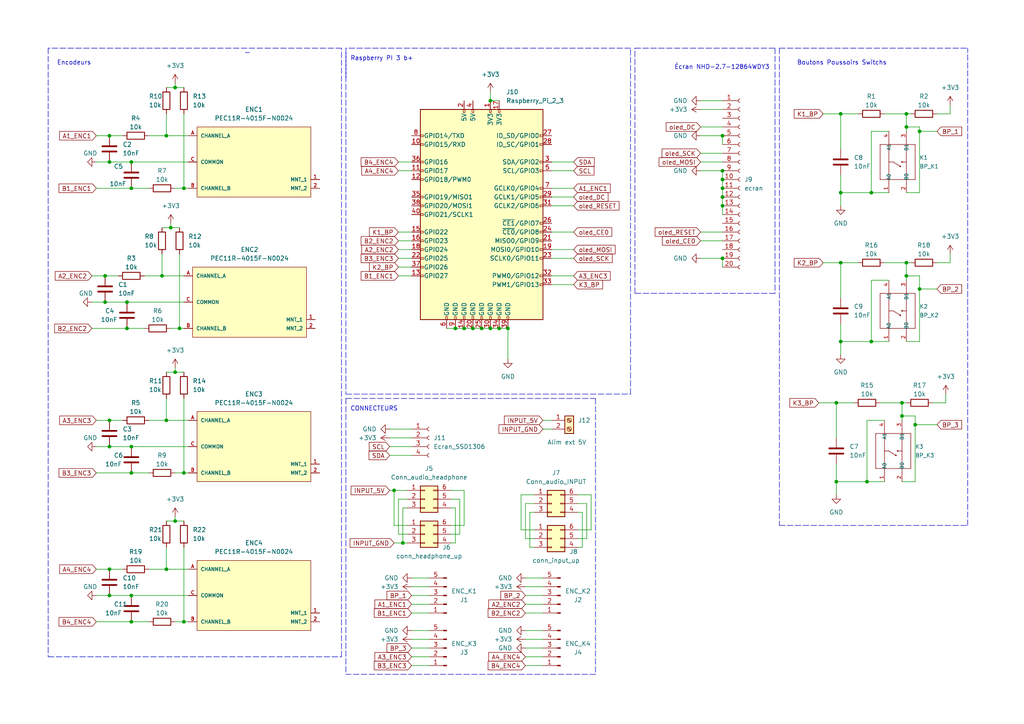
<source format=kicad_sch>
(kicad_sch (version 20211123) (generator eeschema)
  (paper "A4")
  (title_block (title "Syst Shield") (date "2022-05-24") (company "Damien Skoraki _  Les Usines"))
  (junction (at 242.57 116.84))
  (junction (at 243.84 99.06))
  (junction (at 38.1 46.99))
  (junction (at 261.62 120.65))
  (junction (at 30.48 80.01))
  (junction (at 209.55 54.61))
  (junction (at 262.89 36.83))
  (junction (at 144.78 95.25))
  (junction (at 209.55 49.53))
  (junction (at 251.46 139.7))
  (junction (at 48.26 39.37))
  (junction (at 38.1 137.16))
  (junction (at 53.34 180.34))
  (junction (at 209.55 59.69))
  (junction (at 48.26 121.92))
  (junction (at 243.84 55.88))
  (junction (at 31.75 172.72))
  (junction (at 134.62 95.25))
  (junction (at 147.32 95.25))
  (junction (at 30.48 87.63))
  (junction (at 50.8 151.13))
  (junction (at 262.89 76.2))
  (junction (at 252.73 55.88))
  (junction (at 142.24 95.25))
  (junction (at 31.75 165.1))
  (junction (at 265.43 123.19))
  (junction (at 31.75 46.99))
  (junction (at 46.99 80.01))
  (junction (at 209.55 39.37))
  (junction (at 261.62 116.84))
  (junction (at 252.73 99.06))
  (junction (at 209.55 52.07))
  (junction (at 142.24 29.21))
  (junction (at 50.8 25.4))
  (junction (at 209.55 74.93))
  (junction (at 52.07 95.25))
  (junction (at 50.8 107.95))
  (junction (at 38.1 172.72))
  (junction (at 49.53 66.04))
  (junction (at 114.3 142.24))
  (junction (at 31.75 121.92))
  (junction (at 116.84 157.48))
  (junction (at 209.55 57.15))
  (junction (at 38.1 180.34))
  (junction (at 242.57 139.7))
  (junction (at 36.83 95.25))
  (junction (at 38.1 54.61))
  (junction (at 266.7 38.1))
  (junction (at 243.84 33.02))
  (junction (at 31.75 129.54))
  (junction (at 137.16 95.25))
  (junction (at 48.26 165.1))
  (junction (at 38.1 129.54))
  (junction (at 53.34 54.61))
  (junction (at 53.34 137.16))
  (junction (at 262.89 80.01))
  (junction (at 262.89 33.02))
  (junction (at 243.84 76.2))
  (junction (at 132.08 95.25))
  (junction (at 36.83 87.63))
  (junction (at 266.7 83.82))
  (junction (at 31.75 39.37))
  (junction (at 139.7 95.25))
  (wire (pts (xy 154.94 143.51) (xy 151.13 143.51)))
  (wire (pts (xy 252.73 38.1) (xy 257.81 38.1)))
  (wire (pts (xy 152.4 170.18) (xy 157.48 170.18)))
  (wire (pts (xy 266.7 83.82) (xy 266.7 80.01)))
  (wire (pts (xy 113.03 127) (xy 119.38 127)))
  (wire (pts (xy 251.46 139.7) (xy 251.46 121.92)))
  (wire (pts (xy 113.03 142.24) (xy 114.3 142.24)))
  (wire (pts (xy 243.84 76.2) (xy 248.92 76.2)))
  (wire (pts (xy 266.7 38.1) (xy 266.7 36.83)))
  (wire (pts (xy 132.08 95.25) (xy 134.62 95.25)))
  (wire (pts (xy 38.1 172.72) (xy 54.61 172.72)))
  (polyline (pts (xy 226.06 152.4) (xy 280.67 152.4)))
  (wire (pts (xy 31.75 39.37) (xy 35.56 39.37)))
  (wire (pts (xy 50.8 151.13) (xy 53.34 151.13)))
  (wire (pts (xy 152.4 167.64) (xy 157.48 167.64)))
  (wire (pts (xy 114.3 152.4) (xy 118.11 152.4)))
  (polyline (pts (xy 99.06 13.97) (xy 13.97 13.97)))
  (wire (pts (xy 257.81 99.06) (xy 252.73 99.06)))
  (wire (pts (xy 203.2 39.37) (xy 209.55 39.37)))
  (wire (pts (xy 115.57 67.31) (xy 119.38 67.31)))
  (wire (pts (xy 242.57 127) (xy 242.57 116.84)))
  (polyline (pts (xy 172.72 195.58) (xy 100.33 195.58)))
  (wire (pts (xy 38.1 46.99) (xy 54.61 46.99)))
  (wire (pts (xy 53.34 33.02) (xy 53.34 54.61)))
  (wire (pts (xy 115.57 69.85) (xy 119.38 69.85)))
  (wire (pts (xy 129.54 95.25) (xy 132.08 95.25)))
  (wire (pts (xy 50.8 24.13) (xy 50.8 25.4)))
  (wire (pts (xy 116.84 147.32) (xy 116.84 157.48)))
  (wire (pts (xy 256.54 139.7) (xy 251.46 139.7)))
  (polyline (pts (xy 71.12 15.24) (xy 72.39 15.24)))
  (wire (pts (xy 115.57 80.01) (xy 119.38 80.01)))
  (wire (pts (xy 38.1 129.54) (xy 54.61 129.54)))
  (wire (pts (xy 151.13 153.67) (xy 154.94 153.67)))
  (wire (pts (xy 114.3 142.24) (xy 114.3 152.4)))
  (wire (pts (xy 137.16 95.25) (xy 139.7 95.25)))
  (wire (pts (xy 144.78 95.25) (xy 147.32 95.25)))
  (wire (pts (xy 48.26 39.37) (xy 54.61 39.37)))
  (wire (pts (xy 167.64 156.21) (xy 170.18 156.21)))
  (polyline (pts (xy 13.97 190.5) (xy 99.06 190.5)))
  (polyline (pts (xy 13.97 13.97) (xy 13.97 190.5)))
  (wire (pts (xy 48.26 107.95) (xy 50.8 107.95)))
  (wire (pts (xy 271.78 76.2) (xy 275.59 76.2)))
  (wire (pts (xy 27.94 39.37) (xy 31.75 39.37)))
  (wire (pts (xy 167.64 158.75) (xy 168.91 158.75)))
  (wire (pts (xy 31.75 172.72) (xy 38.1 172.72)))
  (polyline (pts (xy 182.88 13.97) (xy 100.33 13.97)))
  (wire (pts (xy 203.2 69.85) (xy 209.55 69.85)))
  (wire (pts (xy 237.49 116.84) (xy 242.57 116.84)))
  (wire (pts (xy 243.84 86.36) (xy 243.84 76.2)))
  (wire (pts (xy 275.59 73.66) (xy 275.59 76.2)))
  (wire (pts (xy 209.55 49.53) (xy 209.55 52.07)))
  (wire (pts (xy 119.38 187.96) (xy 124.46 187.96)))
  (wire (pts (xy 209.55 57.15) (xy 209.55 59.69)))
  (wire (pts (xy 266.7 80.01) (xy 262.89 80.01)))
  (wire (pts (xy 252.73 99.06) (xy 252.73 81.28)))
  (wire (pts (xy 262.89 99.06) (xy 266.7 99.06)))
  (wire (pts (xy 262.89 36.83) (xy 262.89 33.02)))
  (wire (pts (xy 31.75 46.99) (xy 38.1 46.99)))
  (wire (pts (xy 242.57 143.51) (xy 242.57 139.7)))
  (wire (pts (xy 115.57 77.47) (xy 119.38 77.47)))
  (wire (pts (xy 160.02 46.99) (xy 166.37 46.99)))
  (wire (pts (xy 130.81 144.78) (xy 133.35 144.78)))
  (wire (pts (xy 262.89 81.28) (xy 262.89 80.01)))
  (wire (pts (xy 160.02 67.31) (xy 166.37 67.31)))
  (wire (pts (xy 119.38 177.8) (xy 124.46 177.8)))
  (wire (pts (xy 27.94 137.16) (xy 38.1 137.16)))
  (wire (pts (xy 266.7 99.06) (xy 266.7 83.82)))
  (wire (pts (xy 30.48 87.63) (xy 36.83 87.63)))
  (wire (pts (xy 160.02 57.15) (xy 166.37 57.15)))
  (wire (pts (xy 266.7 55.88) (xy 266.7 38.1)))
  (wire (pts (xy 152.4 156.21) (xy 154.94 156.21)))
  (wire (pts (xy 170.18 146.05) (xy 170.18 156.21)))
  (wire (pts (xy 265.43 123.19) (xy 265.43 120.65)))
  (wire (pts (xy 119.38 182.88) (xy 124.46 182.88)))
  (wire (pts (xy 50.8 180.34) (xy 53.34 180.34)))
  (wire (pts (xy 266.7 38.1) (xy 271.78 38.1)))
  (wire (pts (xy 257.81 55.88) (xy 252.73 55.88)))
  (wire (pts (xy 152.4 146.05) (xy 152.4 156.21)))
  (wire (pts (xy 49.53 66.04) (xy 52.07 66.04)))
  (wire (pts (xy 36.83 95.25) (xy 41.91 95.25)))
  (wire (pts (xy 152.4 172.72) (xy 157.48 172.72)))
  (wire (pts (xy 262.89 38.1) (xy 262.89 36.83)))
  (wire (pts (xy 261.62 120.65) (xy 261.62 116.84)))
  (wire (pts (xy 160.02 80.01) (xy 166.37 80.01)))
  (wire (pts (xy 142.24 26.67) (xy 142.24 29.21)))
  (wire (pts (xy 262.89 55.88) (xy 266.7 55.88)))
  (wire (pts (xy 43.18 165.1) (xy 48.26 165.1)))
  (wire (pts (xy 256.54 76.2) (xy 262.89 76.2)))
  (wire (pts (xy 43.18 121.92) (xy 48.26 121.92)))
  (polyline (pts (xy 100.33 115.57) (xy 172.72 115.57)))
  (wire (pts (xy 203.2 49.53) (xy 209.55 49.53)))
  (wire (pts (xy 152.4 185.42) (xy 157.48 185.42)))
  (wire (pts (xy 31.75 121.92) (xy 35.56 121.92)))
  (wire (pts (xy 209.55 52.07) (xy 209.55 54.61)))
  (polyline (pts (xy 226.06 13.97) (xy 226.06 152.4)))
  (wire (pts (xy 153.67 158.75) (xy 154.94 158.75)))
  (wire (pts (xy 46.99 80.01) (xy 53.34 80.01)))
  (wire (pts (xy 118.11 142.24) (xy 114.3 142.24)))
  (wire (pts (xy 243.84 59.69) (xy 243.84 55.88)))
  (wire (pts (xy 115.57 46.99) (xy 119.38 46.99)))
  (wire (pts (xy 26.67 80.01) (xy 30.48 80.01)))
  (wire (pts (xy 50.8 149.86) (xy 50.8 151.13)))
  (wire (pts (xy 203.2 46.99) (xy 209.55 46.99)))
  (wire (pts (xy 113.03 124.46) (xy 119.38 124.46)))
  (wire (pts (xy 275.59 30.48) (xy 275.59 33.02)))
  (wire (pts (xy 243.84 50.8) (xy 243.84 55.88)))
  (wire (pts (xy 52.07 73.66) (xy 52.07 95.25)))
  (polyline (pts (xy 100.33 15.24) (xy 100.33 114.3)))
  (wire (pts (xy 53.34 115.57) (xy 53.34 137.16)))
  (polyline (pts (xy 224.79 13.97) (xy 224.79 85.09)))
  (wire (pts (xy 152.4 182.88) (xy 157.48 182.88)))
  (wire (pts (xy 115.57 49.53) (xy 119.38 49.53)))
  (wire (pts (xy 271.78 33.02) (xy 275.59 33.02)))
  (wire (pts (xy 49.53 64.77) (xy 49.53 66.04)))
  (wire (pts (xy 38.1 54.61) (xy 43.18 54.61)))
  (wire (pts (xy 262.89 76.2) (xy 264.16 76.2)))
  (wire (pts (xy 27.94 180.34) (xy 38.1 180.34)))
  (wire (pts (xy 27.94 54.61) (xy 38.1 54.61)))
  (wire (pts (xy 203.2 36.83) (xy 209.55 36.83)))
  (wire (pts (xy 26.67 87.63) (xy 30.48 87.63)))
  (polyline (pts (xy 172.72 115.57) (xy 172.72 195.58)))
  (polyline (pts (xy 184.15 13.97) (xy 224.79 13.97)))
  (wire (pts (xy 266.7 83.82) (xy 271.78 83.82)))
  (wire (pts (xy 203.2 31.75) (xy 209.55 31.75)))
  (wire (pts (xy 26.67 95.25) (xy 36.83 95.25)))
  (wire (pts (xy 48.26 33.02) (xy 48.26 39.37)))
  (wire (pts (xy 31.75 129.54) (xy 38.1 129.54)))
  (wire (pts (xy 46.99 73.66) (xy 46.99 80.01)))
  (wire (pts (xy 133.35 144.78) (xy 133.35 154.94)))
  (wire (pts (xy 132.08 147.32) (xy 132.08 157.48)))
  (wire (pts (xy 160.02 74.93) (xy 166.37 74.93)))
  (polyline (pts (xy 182.88 114.3) (xy 182.88 13.97)))
  (wire (pts (xy 53.34 180.34) (xy 54.61 180.34)))
  (wire (pts (xy 49.53 95.25) (xy 52.07 95.25)))
  (wire (pts (xy 52.07 95.25) (xy 53.34 95.25)))
  (wire (pts (xy 152.4 175.26) (xy 157.48 175.26)))
  (wire (pts (xy 243.84 93.98) (xy 243.84 99.06)))
  (wire (pts (xy 48.26 25.4) (xy 50.8 25.4)))
  (wire (pts (xy 114.3 157.48) (xy 116.84 157.48)))
  (wire (pts (xy 209.55 54.61) (xy 209.55 57.15)))
  (polyline (pts (xy 184.15 85.09) (xy 184.15 13.97)))
  (wire (pts (xy 261.62 139.7) (xy 265.43 139.7)))
  (wire (pts (xy 160.02 49.53) (xy 166.37 49.53)))
  (wire (pts (xy 167.64 148.59) (xy 168.91 148.59)))
  (wire (pts (xy 262.89 80.01) (xy 262.89 76.2)))
  (wire (pts (xy 243.84 55.88) (xy 252.73 55.88)))
  (wire (pts (xy 238.76 33.02) (xy 243.84 33.02)))
  (wire (pts (xy 243.84 33.02) (xy 248.92 33.02)))
  (wire (pts (xy 167.64 143.51) (xy 171.45 143.51)))
  (wire (pts (xy 50.8 137.16) (xy 53.34 137.16)))
  (wire (pts (xy 130.81 152.4) (xy 134.62 152.4)))
  (wire (pts (xy 147.32 95.25) (xy 147.32 104.14)))
  (wire (pts (xy 243.84 99.06) (xy 252.73 99.06)))
  (wire (pts (xy 50.8 25.4) (xy 53.34 25.4)))
  (wire (pts (xy 152.4 187.96) (xy 157.48 187.96)))
  (wire (pts (xy 157.48 124.46) (xy 160.02 124.46)))
  (wire (pts (xy 115.57 72.39) (xy 119.38 72.39)))
  (wire (pts (xy 153.67 148.59) (xy 153.67 158.75)))
  (wire (pts (xy 43.18 39.37) (xy 48.26 39.37)))
  (wire (pts (xy 53.34 158.75) (xy 53.34 180.34)))
  (wire (pts (xy 130.81 142.24) (xy 134.62 142.24)))
  (wire (pts (xy 50.8 54.61) (xy 53.34 54.61)))
  (wire (pts (xy 242.57 134.62) (xy 242.57 139.7)))
  (wire (pts (xy 168.91 148.59) (xy 168.91 158.75)))
  (wire (pts (xy 209.55 39.37) (xy 209.55 41.91)))
  (wire (pts (xy 160.02 82.55) (xy 166.37 82.55)))
  (wire (pts (xy 119.38 185.42) (xy 124.46 185.42)))
  (wire (pts (xy 31.75 165.1) (xy 35.56 165.1)))
  (wire (pts (xy 119.38 172.72) (xy 124.46 172.72)))
  (wire (pts (xy 160.02 72.39) (xy 166.37 72.39)))
  (wire (pts (xy 48.26 115.57) (xy 48.26 121.92)))
  (wire (pts (xy 142.24 95.25) (xy 144.78 95.25)))
  (wire (pts (xy 274.32 114.3) (xy 274.32 116.84)))
  (polyline (pts (xy 280.67 152.4) (xy 280.67 13.97)))
  (wire (pts (xy 142.24 29.21) (xy 144.78 29.21)))
  (wire (pts (xy 27.94 172.72) (xy 31.75 172.72)))
  (polyline (pts (xy 100.33 13.97) (xy 100.33 22.86)))
  (polyline (pts (xy 99.06 190.5) (xy 99.06 13.97)))
  (wire (pts (xy 243.84 102.87) (xy 243.84 99.06)))
  (wire (pts (xy 203.2 67.31) (xy 209.55 67.31)))
  (wire (pts (xy 209.55 59.69) (xy 209.55 62.23)))
  (wire (pts (xy 152.4 193.04) (xy 157.48 193.04)))
  (wire (pts (xy 242.57 139.7) (xy 251.46 139.7)))
  (wire (pts (xy 36.83 87.63) (xy 53.34 87.63)))
  (wire (pts (xy 130.81 147.32) (xy 132.08 147.32)))
  (wire (pts (xy 116.84 157.48) (xy 118.11 157.48)))
  (wire (pts (xy 203.2 44.45) (xy 209.55 44.45)))
  (wire (pts (xy 50.8 106.68) (xy 50.8 107.95)))
  (wire (pts (xy 160.02 54.61) (xy 166.37 54.61)))
  (polyline (pts (xy 100.33 115.57) (xy 100.33 195.58)))
  (wire (pts (xy 118.11 147.32) (xy 116.84 147.32)))
  (wire (pts (xy 256.54 33.02) (xy 262.89 33.02)))
  (wire (pts (xy 115.57 144.78) (xy 115.57 154.94)))
  (wire (pts (xy 119.38 170.18) (xy 124.46 170.18)))
  (wire (pts (xy 130.81 157.48) (xy 132.08 157.48)))
  (wire (pts (xy 53.34 137.16) (xy 54.61 137.16)))
  (wire (pts (xy 266.7 36.83) (xy 262.89 36.83)))
  (wire (pts (xy 30.48 80.01) (xy 34.29 80.01)))
  (wire (pts (xy 113.03 129.54) (xy 119.38 129.54)))
  (wire (pts (xy 251.46 121.92) (xy 256.54 121.92)))
  (wire (pts (xy 115.57 74.93) (xy 119.38 74.93)))
  (wire (pts (xy 265.43 120.65) (xy 261.62 120.65)))
  (wire (pts (xy 265.43 123.19) (xy 271.78 123.19)))
  (polyline (pts (xy 226.06 13.97) (xy 280.67 13.97)))
  (wire (pts (xy 134.62 142.24) (xy 134.62 152.4)))
  (wire (pts (xy 41.91 80.01) (xy 46.99 80.01)))
  (wire (pts (xy 115.57 154.94) (xy 118.11 154.94)))
  (wire (pts (xy 53.34 54.61) (xy 54.61 54.61)))
  (wire (pts (xy 48.26 165.1) (xy 54.61 165.1)))
  (wire (pts (xy 203.2 74.93) (xy 209.55 74.93)))
  (wire (pts (xy 243.84 43.18) (xy 243.84 33.02)))
  (wire (pts (xy 167.64 146.05) (xy 170.18 146.05)))
  (wire (pts (xy 154.94 146.05) (xy 152.4 146.05)))
  (wire (pts (xy 261.62 116.84) (xy 262.89 116.84)))
  (wire (pts (xy 203.2 29.21) (xy 209.55 29.21)))
  (wire (pts (xy 119.38 193.04) (xy 124.46 193.04)))
  (wire (pts (xy 152.4 177.8) (xy 157.48 177.8)))
  (wire (pts (xy 134.62 95.25) (xy 137.16 95.25)))
  (wire (pts (xy 209.55 74.93) (xy 209.55 77.47)))
  (wire (pts (xy 118.11 144.78) (xy 115.57 144.78)))
  (wire (pts (xy 113.03 132.08) (xy 119.38 132.08)))
  (wire (pts (xy 27.94 165.1) (xy 31.75 165.1)))
  (wire (pts (xy 27.94 121.92) (xy 31.75 121.92)))
  (polyline (pts (xy 224.79 85.09) (xy 184.15 85.09)))
  (wire (pts (xy 255.27 116.84) (xy 261.62 116.84)))
  (wire (pts (xy 171.45 143.51) (xy 171.45 153.67)))
  (wire (pts (xy 160.02 59.69) (xy 166.37 59.69)))
  (wire (pts (xy 119.38 190.5) (xy 124.46 190.5)))
  (wire (pts (xy 48.26 121.92) (xy 54.61 121.92)))
  (wire (pts (xy 167.64 153.67) (xy 171.45 153.67)))
  (wire (pts (xy 46.99 66.04) (xy 49.53 66.04)))
  (wire (pts (xy 265.43 139.7) (xy 265.43 123.19)))
  (wire (pts (xy 130.81 154.94) (xy 133.35 154.94)))
  (wire (pts (xy 38.1 180.34) (xy 43.18 180.34)))
  (wire (pts (xy 119.38 167.64) (xy 124.46 167.64)))
  (wire (pts (xy 27.94 46.99) (xy 31.75 46.99)))
  (polyline (pts (xy 100.33 114.3) (xy 182.88 114.3)))
  (wire (pts (xy 262.89 33.02) (xy 264.16 33.02)))
  (wire (pts (xy 270.51 116.84) (xy 274.32 116.84)))
  (wire (pts (xy 252.73 81.28) (xy 257.81 81.28)))
  (wire (pts (xy 152.4 190.5) (xy 157.48 190.5)))
  (wire (pts (xy 238.76 76.2) (xy 243.84 76.2)))
  (wire (pts (xy 48.26 151.13) (xy 50.8 151.13)))
  (wire (pts (xy 119.38 175.26) (xy 124.46 175.26)))
  (wire (pts (xy 261.62 121.92) (xy 261.62 120.65)))
  (wire (pts (xy 48.26 158.75) (xy 48.26 165.1)))
  (wire (pts (xy 252.73 55.88) (xy 252.73 38.1)))
  (wire (pts (xy 242.57 116.84) (xy 247.65 116.84)))
  (wire (pts (xy 151.13 143.51) (xy 151.13 153.67)))
  (wire (pts (xy 38.1 137.16) (xy 43.18 137.16)))
  (wire (pts (xy 50.8 107.95) (xy 53.34 107.95)))
  (wire (pts (xy 139.7 95.25) (xy 142.24 95.25)))
  (wire (pts (xy 157.48 121.92) (xy 160.02 121.92)))
  (wire (pts (xy 154.94 148.59) (xy 153.67 148.59)))
  (wire (pts (xy 27.94 129.54) (xy 31.75 129.54)))
  (text "Encodeurs\n" (at 16.51 19.05 0) (effects (font (size 1.27 1.27)) (justify left bottom)))
  (text "CONNECTEURS\n" (at 101.6 119.38 0) (effects (font (size 1.27 1.27)) (justify left bottom)))
  (text "Écran NHD-2.7-12864WDY3" (at 195.58 20.32 0) (effects (font (size 1.27 1.27)) (justify left bottom)))
  (text "Raspberry PI 3 b+\n" (at 101.6 17.78 0) (effects (font (size 1.27 1.27)) (justify left bottom)))
  (text "Boutons Poussoirs Switchs" (at 231.14 19.05 0) (effects (font (size 1.27 1.27)) (justify left bottom)))
  (global_label "BP_2" (shape input) (at 152.4 172.72 180) (property "Intersheet References" "${INTERSHEET_REFS}" (effects hide)))
  (global_label "B1_ENC1" (shape input) (at 27.94 54.61 180) (property "Intersheet References" "${INTERSHEET_REFS}" (effects hide)))
  (global_label "INPUT_5V" (shape input) (at 157.48 121.92 180) (property "Intersheet References" "${INTERSHEET_REFS}" (effects hide)))
  (global_label "A1_ENC1" (shape input) (at 166.37 54.61 0) (property "Intersheet References" "${INTERSHEET_REFS}" (effects hide)))
  (global_label "A3_ENC3" (shape input) (at 27.94 121.92 180) (property "Intersheet References" "${INTERSHEET_REFS}" (effects hide)))
  (global_label "B2_ENC2" (shape input) (at 152.4 177.8 180) (property "Intersheet References" "${INTERSHEET_REFS}" (effects hide)))
  (global_label "SDA" (shape input) (at 113.03 132.08 180) (property "Intersheet References" "${INTERSHEET_REFS}" (effects hide)))
  (global_label "A1_ENC1" (shape input) (at 27.94 39.37 180) (property "Intersheet References" "${INTERSHEET_REFS}" (effects hide)))
  (global_label "K1_BP" (shape input) (at 115.57 67.31 180) (property "Intersheet References" "${INTERSHEET_REFS}" (effects hide)))
  (global_label "B2_ENC2" (shape input) (at 26.67 95.25 180) (property "Intersheet References" "${INTERSHEET_REFS}" (effects hide)))
  (global_label "SCL" (shape input) (at 166.37 49.53 0) (property "Intersheet References" "${INTERSHEET_REFS}" (effects hide)))
  (global_label "A3_ENC3" (shape input) (at 119.38 190.5 180) (property "Intersheet References" "${INTERSHEET_REFS}" (effects hide)))
  (global_label "A1_ENC1" (shape input) (at 119.38 175.26 180) (property "Intersheet References" "${INTERSHEET_REFS}" (effects hide)))
  (global_label "A2_ENC2" (shape input) (at 115.57 72.39 180) (property "Intersheet References" "${INTERSHEET_REFS}" (effects hide)))
  (global_label "B2_ENC2" (shape input) (at 115.57 69.85 180) (property "Intersheet References" "${INTERSHEET_REFS}" (effects hide)))
  (global_label "oled_SCK" (shape input) (at 166.37 74.93 0) (property "Intersheet References" "${INTERSHEET_REFS}" (effects hide)))
  (global_label "K3_BP" (shape input) (at 237.49 116.84 180) (property "Intersheet References" "${INTERSHEET_REFS}" (effects hide)))
  (global_label "B4_ENC4" (shape input) (at 152.4 193.04 180) (property "Intersheet References" "${INTERSHEET_REFS}" (effects hide)))
  (global_label "oled_DC" (shape input) (at 166.37 57.15 0) (property "Intersheet References" "${INTERSHEET_REFS}" (effects hide)))
  (global_label "INPUT_5V" (shape input) (at 113.03 142.24 180) (property "Intersheet References" "${INTERSHEET_REFS}" (effects hide)))
  (global_label "INPUT_GND" (shape input) (at 114.3 157.48 180) (property "Intersheet References" "${INTERSHEET_REFS}" (effects hide)))
  (global_label "K3_BP" (shape input) (at 166.37 82.55 0) (property "Intersheet References" "${INTERSHEET_REFS}" (effects hide)))
  (global_label "B1_ENC1" (shape input) (at 115.57 80.01 180) (property "Intersheet References" "${INTERSHEET_REFS}" (effects hide)))
  (global_label "A2_ENC2" (shape input) (at 152.4 175.26 180) (property "Intersheet References" "${INTERSHEET_REFS}" (effects hide)))
  (global_label "oled_CE0" (shape input) (at 203.2 69.85 180) (property "Intersheet References" "${INTERSHEET_REFS}" (effects hide)))
  (global_label "oled_MOSI" (shape input) (at 203.2 46.99 180) (property "Intersheet References" "${INTERSHEET_REFS}" (effects hide)))
  (global_label "K2_BP" (shape input) (at 238.76 76.2 180) (property "Intersheet References" "${INTERSHEET_REFS}" (effects hide)))
  (global_label "B3_ENC3" (shape input) (at 27.94 137.16 180) (property "Intersheet References" "${INTERSHEET_REFS}" (effects hide)))
  (global_label "B3_ENC3" (shape input) (at 115.57 74.93 180) (property "Intersheet References" "${INTERSHEET_REFS}" (effects hide)))
  (global_label "A4_ENC4" (shape input) (at 27.94 165.1 180) (property "Intersheet References" "${INTERSHEET_REFS}" (effects hide)))
  (global_label "A2_ENC2" (shape input) (at 26.67 80.01 180) (property "Intersheet References" "${INTERSHEET_REFS}" (effects hide)))
  (global_label "oled_RESET" (shape input) (at 166.37 59.69 0) (property "Intersheet References" "${INTERSHEET_REFS}" (effects hide)))
  (global_label "SDA" (shape input) (at 166.37 46.99 0) (property "Intersheet References" "${INTERSHEET_REFS}" (effects hide)))
  (global_label "oled_RESET" (shape input) (at 203.2 67.31 180) (property "Intersheet References" "${INTERSHEET_REFS}" (effects hide)))
  (global_label "B1_ENC1" (shape input) (at 119.38 177.8 180) (property "Intersheet References" "${INTERSHEET_REFS}" (effects hide)))
  (global_label "B3_ENC3" (shape input) (at 119.38 193.04 180) (property "Intersheet References" "${INTERSHEET_REFS}" (effects hide)))
  (global_label "A4_ENC4" (shape input) (at 115.57 49.53 180) (property "Intersheet References" "${INTERSHEET_REFS}" (effects hide)))
  (global_label "BP_1" (shape input) (at 271.78 38.1 0) (property "Intersheet References" "${INTERSHEET_REFS}" (effects hide)))
  (global_label "oled_SCK" (shape input) (at 203.2 44.45 180) (property "Intersheet References" "${INTERSHEET_REFS}" (effects hide)))
  (global_label "oled_CE0" (shape input) (at 166.37 67.31 0) (property "Intersheet References" "${INTERSHEET_REFS}" (effects hide)))
  (global_label "B4_ENC4" (shape input) (at 115.57 46.99 180) (property "Intersheet References" "${INTERSHEET_REFS}" (effects hide)))
  (global_label "A3_ENC3" (shape input) (at 166.37 80.01 0) (property "Intersheet References" "${INTERSHEET_REFS}" (effects hide)))
  (global_label "oled_MOSI" (shape input) (at 166.37 72.39 0) (property "Intersheet References" "${INTERSHEET_REFS}" (effects hide)))
  (global_label "BP_3" (shape input) (at 119.38 187.96 180) (property "Intersheet References" "${INTERSHEET_REFS}" (effects hide)))
  (global_label "A4_ENC4" (shape input) (at 152.4 190.5 180) (property "Intersheet References" "${INTERSHEET_REFS}" (effects hide)))
  (global_label "INPUT_GND" (shape input) (at 157.48 124.46 180) (property "Intersheet References" "${INTERSHEET_REFS}" (effects hide)))
  (global_label "K2_BP" (shape input) (at 115.57 77.47 180) (property "Intersheet References" "${INTERSHEET_REFS}" (effects hide)))
  (global_label "BP_1" (shape input) (at 119.38 172.72 180) (property "Intersheet References" "${INTERSHEET_REFS}" (effects hide)))
  (global_label "K1_BP" (shape input) (at 238.76 33.02 180) (property "Intersheet References" "${INTERSHEET_REFS}" (effects hide)))
  (global_label "BP_3" (shape input) (at 271.78 123.19 0) (property "Intersheet References" "${INTERSHEET_REFS}" (effects hide)))
  (global_label "B4_ENC4" (shape input) (at 27.94 180.34 180) (property "Intersheet References" "${INTERSHEET_REFS}" (effects hide)))
  (global_label "oled_DC" (shape input) (at 203.2 36.83 180) (property "Intersheet References" "${INTERSHEET_REFS}" (effects hide)))
  (global_label "BP_2" (shape input) (at 271.78 83.82 0) (property "Intersheet References" "${INTERSHEET_REFS}" (effects hide)))
  (global_label "SCL" (shape input) (at 113.03 129.54 180) (property "Intersheet References" "${INTERSHEET_REFS}" (effects hide)))
  (symbol (lib_id "power:+3.3V") (at 142.24 26.67 0) (unit 1)
    (property "Reference" "#PWR0101" (effects hide))
    (property "Value" "+3.3V" (at 142.24 21.59 0))
  )
  (symbol (lib_id "Device:C") (at 38.1 50.8 180) (unit 1)
    (property "Reference" "C5" (at 33.02 48.26 0) (effects (justify right)))
    (property "Value" "10nF" (at 31.75 53.34 0) (effects (justify right)))
    (property "Footprint" "Capacitor_THT:C_Disc_D4.3mm_W1.9mm_P5.00mm" (effects hide))
  )
  (symbol (lib_id "power:GND") (at 203.2 74.93 270) (unit 1)
    (property "Reference" "#PWR0105" (effects hide))
    (property "Value" "GND" (at 199.39 74.9299 90) (effects (justify right)))
  )
  (symbol (lib_id "power:+3.3V") (at 50.8 149.86 0) (unit 1)
    (property "Reference" "#PWR0128" (effects hide))
    (property "Value" "+3.3V" (at 50.8 144.78 0))
  )
  (symbol (lib_id "power:+3.3V") (at 113.03 127 90) (unit 1)
    (property "Reference" "#PWR0120" (effects hide))
    (property "Value" "+3.3V" (at 109.22 126.9999 90) (effects (justify left)))
  )
  (symbol (lib_id "Device:R") (at 46.99 180.34 90) (unit 1)
    (property "Reference" "R20" (at 46.99 175.26 90))
    (property "Value" "10k" (at 46.99 177.8 90))
    (property "Footprint" "Resistor_THT:R_Axial_DIN0207_L6.3mm_D2.5mm_P10.16mm_Horizontal" (effects hide))
  )
  (symbol (lib_id "Device:R") (at 46.99 54.61 90) (unit 1)
    (property "Reference" "R7" (at 46.99 49.53 90))
    (property "Value" "10k" (at 46.99 52.07 90))
    (property "Footprint" "Resistor_THT:R_Axial_DIN0207_L6.3mm_D2.5mm_P10.16mm_Horizontal" (effects hide))
  )
  (symbol (lib_id "Device:R") (at 45.72 95.25 90) (unit 1)
    (property "Reference" "R6" (at 45.72 90.17 90))
    (property "Value" "10k" (at 45.72 92.71 90))
    (property "Footprint" "Resistor_THT:R_Axial_DIN0207_L6.3mm_D2.5mm_P10.16mm_Horizontal" (effects hide))
  )
  (symbol (lib_id "SeeedOPL-Switch:DIP-SWITCH-TACTILE-SPST-NO_TS-1109_4P-D6.0MM_") (at 260.35 46.99 90) (unit 1)
    (property "Reference" "K1" (at 266.7 45.72 90) (effects (font (size 1.143 1.143)) (justify right)))
    (property "Value" "BP_K1" (at 266.7 48.26 90) (effects (font (size 1.143 1.143)) (justify right)))
    (property "Footprint" "tactile_switch:SW_PUSH-12mm_Wuerth-430476085716" (effects hide))
    (property "SKU" "311020024" (effects hide))
  )
  (symbol (lib_id "power:GND") (at 152.4 167.64 270) (unit 1)
    (property "Reference" "#PWR0117" (effects hide))
    (property "Value" "GND" (at 148.59 167.6399 90) (effects (justify right)))
  )
  (symbol (lib_id "power:GND") (at 243.84 59.69 0) (unit 1)
    (property "Reference" "#PWR0122" (effects hide))
    (property "Value" "GND" (at 243.84 64.77 0))
  )
  (symbol (lib_id "power:+3.3V") (at 275.59 73.66 0) (unit 1)
    (property "Reference" "#PWR0124" (effects hide))
    (property "Value" "+3.3V" (at 275.59 68.58 0))
  )
  (symbol (lib_id "Connector:Conn_01x20_Female") (at 214.63 52.07 0) (unit 1)
    (property "Reference" "J9" (at 215.9 52.0699 0) (effects (justify left)))
    (property "Value" "ecran" (at 215.9 54.6099 0) (effects (justify left)))
    (property "Footprint" "Connector_PinHeader_2.54mm:PinHeader_1x20_P2.54mm_Vertical" (effects hide))
  )
  (symbol (lib_id "SeeedOPL-Switch:DIP-SWITCH-TACTILE-SPST-NO_TS-1109_4P-D6.0MM_") (at 260.35 90.17 90) (unit 1)
    (property "Reference" "K2" (at 266.7 88.9 90) (effects (font (size 1.143 1.143)) (justify right)))
    (property "Value" "BP_K2" (at 266.7 91.44 90) (effects (font (size 1.143 1.143)) (justify right)))
    (property "Footprint" "tactile_switch:SW_PUSH-12mm_Wuerth-430476085716" (effects hide))
    (property "SKU" "311020024" (effects hide))
  )
  (symbol (lib_id "Connector_Generic:Conn_02x03_Counter_Clockwise") (at 123.19 144.78 0) (unit 1)
    (property "Reference" "J5" (at 124.46 135.89 0))
    (property "Value" "Conn_audio_headphone" (at 124.46 138.43 0))
    (property "Footprint" "Connector_PinSocket_2.54mm:PinSocket_2x03_P2.54mm_Vertical" (effects hide))
  )
  (symbol (lib_id "Device:C") (at 31.75 168.91 180) (unit 1)
    (property "Reference" "C10" (at 35.56 167.6399 0) (effects (justify right)))
    (property "Value" "10nF" (at 35.56 170.1799 0) (effects (justify right)))
    (property "Footprint" "Capacitor_THT:C_Disc_D4.3mm_W1.9mm_P5.00mm" (effects hide))
  )
  (symbol (lib_id "Connector:Raspberry_Pi_2_3") (at 139.7 62.23 0) (unit 1)
    (property "Reference" "J10" (at 146.7994 26.67 0) (effects (justify left)))
    (property "Value" "Raspberry_Pi_2_3" (at 146.7994 29.21 0) (effects (justify left)))
    (property "Footprint" "Connector_PinHeader_2.54mm:PinHeader_2x20_P2.54mm_Vertical" (effects hide))
    (property "Datasheet" "https://www.raspberrypi.org/documentation/hardware/raspberrypi/schematics/rpi_SCH_3bplus_1p0_reduced.pdf" (effects hide))
  )
  (symbol (lib_id "Connector:Conn_01x04_Female") (at 124.46 127 0) (unit 1)
    (property "Reference" "J11" (at 125.73 126.9999 0) (effects (justify left)))
    (property "Value" "Ecran_SSD1306" (at 125.73 129.5399 0) (effects (justify left)))
    (property "Footprint" "Connector_PinSocket_2.54mm:PinSocket_1x04_P2.54mm_Vertical" (effects hide))
  )
  (symbol (lib_id "Device:C") (at 31.75 43.18 180) (unit 1)
    (property "Reference" "C2" (at 35.56 41.9099 0) (effects (justify right)))
    (property "Value" "10nF" (at 35.56 44.4499 0) (effects (justify right)))
    (property "Footprint" "Capacitor_THT:C_Disc_D4.3mm_W1.9mm_P5.00mm" (effects hide))
  )
  (symbol (lib_id "power:GND") (at 203.2 29.21 270) (unit 1)
    (property "Reference" "#PWR0103" (effects hide))
    (property "Value" "GND" (at 199.39 29.2099 90) (effects (justify right)))
  )
  (symbol (lib_id "Connector_Generic:Conn_02x03_Counter_Clockwise") (at 160.02 156.21 0) (unit 1)
    (property "Reference" "J8" (at 166.37 160.02 0))
    (property "Value" "conn_input_up" (at 161.29 162.56 0))
    (property "Footprint" "Connector_PinSocket_2.54mm:PinSocket_2x03_P2.54mm_Vertical" (effects hide))
  )
  (symbol (lib_id "power:+3.3V") (at 275.59 30.48 0) (unit 1)
    (property "Reference" "#PWR0123" (effects hide))
    (property "Value" "+3.3V" (at 275.59 25.4 0))
  )
  (symbol (lib_id "Device:R") (at 252.73 76.2 90) (unit 1)
    (property "Reference" "R16" (at 252.73 71.12 90))
    (property "Value" "10k" (at 252.73 73.66 90))
    (property "Footprint" "Resistor_THT:R_Axial_DIN0207_L6.3mm_D2.5mm_P10.16mm_Horizontal" (effects hide))
  )
  (symbol (lib_id "power:GND") (at 243.84 102.87 0) (unit 1)
    (property "Reference" "#PWR0127" (effects hide))
    (property "Value" "GND" (at 243.84 107.95 0))
  )
  (symbol (lib_id "Device:R") (at 38.1 80.01 90) (unit 1)
    (property "Reference" "R3" (at 38.1 74.93 90))
    (property "Value" "10k" (at 38.1 77.47 90))
    (property "Footprint" "Resistor_THT:R_Axial_DIN0207_L6.3mm_D2.5mm_P10.16mm_Horizontal" (effects hide))
  )
  (symbol (lib_id "power:GND") (at 242.57 143.51 0) (unit 1)
    (property "Reference" "#PWR0125" (effects hide))
    (property "Value" "GND" (at 242.57 148.59 0))
  )
  (symbol (lib_id "norns_enc:PEC11R-4015F-N0024") (at 52.07 39.37 0) (unit 1)
    (property "Reference" "ENC1" (at 73.66 31.75 0))
    (property "Value" "PEC11R-4015F-N0024" (at 73.66 34.29 0))
    (property "Footprint" "norns_enc:Bourns-PEC11R-4015F-N0024-MFG" (effects hide))
    (property "Datasheet" "https://www.bourns.com/docs/product-datasheets/pec11r.pdf?sfvrsn=bb617cbf_7" (effects hide))
    (property "automotive" "No" (effects hide))
    (property "category" "Enc" (effects hide))
    (property "current rating" "10mA" (effects hide))
    (property "detent" "No" (effects hide))
    (property "device class L1" "Electromechanical" (effects hide))
    (property "device class L2" "Switches" (effects hide))
    (property "device class L3" "Encoders" (effects hide))
    (property "digikey description" "ROTARY ENCODER MECHANICAL 24PPR" (effects hide))
    (property "digikey part number" "PEC11R-4015F-N0024-ND" (effects hide))
    (property "encoder type" "Incremental" (effects hide))
    (property "height" "22.3mm" (effects hide))
    (property "lead free" "Yes" (effects hide))
    (property "library id" "5eb90586fce7ecd6" (effects hide))
    (property "manufacturer" "Bourns" (effects hide))
    (property "mouser description" "Encoders 15mm SHAFT NO SWITCH" (effects hide))
    (property "mouser part number" "652-PEC11R-4015F-N24" (effects hide))
    (property "number of circuits" "1" (effects hide))
    (property "package" "PTH_ENC_12MM5_13MM4" (effects hide))
    (property "pulses per rev" "24" (effects hide))
    (property "rohs" "Yes" (effects hide))
    (property "temperature range high" "+70°C" (effects hide))
    (property "temperature range low" "-30°C" (effects hide))
    (property "voltage rating DC" "5V" (effects hide))
  )
  (symbol (lib_id "Device:C") (at 243.84 46.99 180) (unit 1)
    (property "Reference" "C8" (at 247.65 45.7199 0) (effects (justify right)))
    (property "Value" "10nF" (at 247.65 48.2599 0) (effects (justify right)))
    (property "Footprint" "Capacitor_THT:C_Disc_D4.3mm_W1.9mm_P5.00mm" (effects hide))
  )
  (symbol (lib_id "Device:R") (at 46.99 69.85 180) (unit 1)
    (property "Reference" "R8" (at 41.91 68.58 0) (effects (justify right)))
    (property "Value" "10k" (at 41.91 71.12 0) (effects (justify right)))
    (property "Footprint" "Resistor_THT:R_Axial_DIN0207_L6.3mm_D2.5mm_P10.16mm_Horizontal" (effects hide))
  )
  (symbol (lib_id "Device:C") (at 38.1 176.53 180) (unit 1)
    (property "Reference" "C11" (at 33.02 175.26 0) (effects (justify right)))
    (property "Value" "10nF" (at 30.48 177.8 0) (effects (justify right)))
    (property "Footprint" "Capacitor_THT:C_Disc_D4.3mm_W1.9mm_P5.00mm" (effects hide))
  )
  (symbol (lib_id "norns_enc:PEC11R-4015F-N0024") (at 52.07 165.1 0) (unit 1)
    (property "Reference" "ENC4" (at 73.66 157.48 0))
    (property "Value" "PEC11R-4015F-N0024" (at 73.66 160.02 0))
    (property "Footprint" "norns_enc:Bourns-PEC11R-4015F-N0024-MFG" (effects hide))
    (property "Datasheet" "https://www.bourns.com/docs/product-datasheets/pec11r.pdf?sfvrsn=bb617cbf_7" (effects hide))
    (property "automotive" "No" (effects hide))
    (property "category" "Enc" (effects hide))
    (property "current rating" "10mA" (effects hide))
    (property "detent" "No" (effects hide))
    (property "device class L1" "Electromechanical" (effects hide))
    (property "device class L2" "Switches" (effects hide))
    (property "device class L3" "Encoders" (effects hide))
    (property "digikey description" "ROTARY ENCODER MECHANICAL 24PPR" (effects hide))
    (property "digikey part number" "PEC11R-4015F-N0024-ND" (effects hide))
    (property "encoder type" "Incremental" (effects hide))
    (property "height" "22.3mm" (effects hide))
    (property "lead free" "Yes" (effects hide))
    (property "library id" "5eb90586fce7ecd6" (effects hide))
    (property "manufacturer" "Bourns" (effects hide))
    (property "mouser description" "Encoders 15mm SHAFT NO SWITCH" (effects hide))
    (property "mouser part number" "652-PEC11R-4015F-N24" (effects hide))
    (property "number of circuits" "1" (effects hide))
    (property "package" "PTH_ENC_12MM5_13MM4" (effects hide))
    (property "pulses per rev" "24" (effects hide))
    (property "rohs" "Yes" (effects hide))
    (property "temperature range high" "+70°C" (effects hide))
    (property "temperature range low" "-30°C" (effects hide))
    (property "voltage rating DC" "5V" (effects hide))
  )
  (symbol (lib_id "power:GND") (at 26.67 87.63 270) (unit 1)
    (property "Reference" "#PWR0113" (effects hide))
    (property "Value" "GND" (at 22.86 85.09 90) (effects (justify left)))
  )
  (symbol (lib_id "Connector:Conn_01x05_Male") (at 162.56 187.96 180) (unit 1)
    (property "Reference" "J4" (at 167.64 189.23 0))
    (property "Value" "ENC_K4" (at 167.64 186.69 0))
    (property "Footprint" "Connector_PinHeader_2.54mm:PinHeader_1x05_P2.54mm_Vertical" (effects hide))
  )
  (symbol (lib_id "power:+3.3V") (at 49.53 64.77 0) (unit 1)
    (property "Reference" "#PWR0111" (effects hide))
    (property "Value" "+3.3V" (at 49.53 59.69 0))
  )
  (symbol (lib_id "SeeedOPL-Switch:DIP-SWITCH-TACTILE-SPST-NO_TS-1109_4P-D6.0MM_") (at 259.08 130.81 90) (unit 1)
    (property "Reference" "K3" (at 265.43 129.54 90) (effects (font (size 1.143 1.143)) (justify right)))
    (property "Value" "BP_K3" (at 265.43 132.08 90) (effects (font (size 1.143 1.143)) (justify right)))
    (property "Footprint" "tactile_switch:SW_PUSH-12mm_Wuerth-430476085716" (effects hide))
    (property "SKU" "311020024" (effects hide))
  )
  (symbol (lib_id "power:+3.3V") (at 274.32 114.3 0) (unit 1)
    (property "Reference" "#PWR0126" (effects hide))
    (property "Value" "+3.3V" (at 274.32 109.22 0))
  )
  (symbol (lib_id "Device:R") (at 48.26 154.94 180) (unit 1)
    (property "Reference" "R21" (at 43.18 153.67 0) (effects (justify right)))
    (property "Value" "10k" (at 43.18 156.21 0) (effects (justify right)))
    (property "Footprint" "Resistor_THT:R_Axial_DIN0207_L6.3mm_D2.5mm_P10.16mm_Horizontal" (effects hide))
  )
  (symbol (lib_id "power:GND") (at 147.32 104.14 0) (unit 1)
    (property "Reference" "#PWR0102" (effects hide))
    (property "Value" "GND" (at 147.32 109.22 0))
  )
  (symbol (lib_id "norns_enc:PEC11R-4015F-N0024") (at 52.07 121.92 0) (unit 1)
    (property "Reference" "ENC3" (at 73.66 114.3 0))
    (property "Value" "PEC11R-4015F-N0024" (at 73.66 116.84 0))
    (property "Footprint" "norns_enc:Bourns-PEC11R-4015F-N0024-MFG" (effects hide))
    (property "Datasheet" "https://www.bourns.com/docs/product-datasheets/pec11r.pdf?sfvrsn=bb617cbf_7" (effects hide))
    (property "automotive" "No" (effects hide))
    (property "category" "Enc" (effects hide))
    (property "current rating" "10mA" (effects hide))
    (property "detent" "No" (effects hide))
    (property "device class L1" "Electromechanical" (effects hide))
    (property "device class L2" "Switches" (effects hide))
    (property "device class L3" "Encoders" (effects hide))
    (property "digikey description" "ROTARY ENCODER MECHANICAL 24PPR" (effects hide))
    (property "digikey part number" "PEC11R-4015F-N0024-ND" (effects hide))
    (property "encoder type" "Incremental" (effects hide))
    (property "height" "22.3mm" (effects hide))
    (property "lead free" "Yes" (effects hide))
    (property "library id" "5eb90586fce7ecd6" (effects hide))
    (property "manufacturer" "Bourns" (effects hide))
    (property "mouser description" "Encoders 15mm SHAFT NO SWITCH" (effects hide))
    (property "mouser part number" "652-PEC11R-4015F-N24" (effects hide))
    (property "number of circuits" "1" (effects hide))
    (property "package" "PTH_ENC_12MM5_13MM4" (effects hide))
    (property "pulses per rev" "24" (effects hide))
    (property "rohs" "Yes" (effects hide))
    (property "temperature range high" "+70°C" (effects hide))
    (property "temperature range low" "-30°C" (effects hide))
    (property "voltage rating DC" "5V" (effects hide))
  )
  (symbol (lib_id "Device:R") (at 267.97 33.02 90) (unit 1)
    (property "Reference" "R2" (at 267.97 27.94 90))
    (property "Value" "10k" (at 267.97 30.48 90))
    (property "Footprint" "Resistor_THT:R_Axial_DIN0207_L6.3mm_D2.5mm_P10.16mm_Horizontal" (effects hide))
  )
  (symbol (lib_id "power:+3.3V") (at 152.4 185.42 90) (unit 1)
    (property "Reference" "#PWR0131" (effects hide))
    (property "Value" "+3.3V" (at 148.59 185.4199 90) (effects (justify left)))
  )
  (symbol (lib_id "power:GND") (at 119.38 167.64 270) (unit 1)
    (property "Reference" "#PWR0108" (effects hide))
    (property "Value" "GND" (at 115.57 167.6399 90) (effects (justify right)))
  )
  (symbol (lib_id "power:+3.3V") (at 50.8 106.68 0) (unit 1)
    (property "Reference" "#PWR0110" (effects hide))
    (property "Value" "+3.3V" (at 50.8 101.6 0))
  )
  (symbol (lib_id "Device:R") (at 48.26 111.76 180) (unit 1)
    (property "Reference" "R11" (at 43.18 110.49 0) (effects (justify right)))
    (property "Value" "10k" (at 43.18 113.03 0) (effects (justify right)))
    (property "Footprint" "Resistor_THT:R_Axial_DIN0207_L6.3mm_D2.5mm_P10.16mm_Horizontal" (effects hide))
  )
  (symbol (lib_id "power:GND") (at 203.2 49.53 270) (unit 1)
    (property "Reference" "#PWR0107" (effects hide))
    (property "Value" "GND" (at 199.39 49.5299 90) (effects (justify right)))
  )
  (symbol (lib_id "Device:R") (at 53.34 111.76 180) (unit 1)
    (property "Reference" "R14" (at 55.88 110.4899 0) (effects (justify right)))
    (property "Value" "10k" (at 55.88 113.0299 0) (effects (justify right)))
    (property "Footprint" "Resistor_THT:R_Axial_DIN0207_L6.3mm_D2.5mm_P10.16mm_Horizontal" (effects hide))
  )
  (symbol (lib_id "Device:C") (at 30.48 83.82 180) (unit 1)
    (property "Reference" "C1" (at 34.29 82.5499 0) (effects (justify right)))
    (property "Value" "10nF" (at 34.29 85.0899 0) (effects (justify right)))
    (property "Footprint" "Capacitor_THT:C_Disc_D4.3mm_W1.9mm_P5.00mm" (effects hide))
  )
  (symbol (lib_id "Device:C") (at 243.84 90.17 180) (unit 1)
    (property "Reference" "C9" (at 247.65 88.8999 0) (effects (justify right)))
    (property "Value" "10nF" (at 247.65 91.4399 0) (effects (justify right)))
    (property "Footprint" "Capacitor_THT:C_Disc_D4.3mm_W1.9mm_P5.00mm" (effects hide))
  )
  (symbol (lib_id "Device:C") (at 38.1 133.35 180) (unit 1)
    (property "Reference" "C6" (at 33.02 132.08 0) (effects (justify right)))
    (property "Value" "10nF" (at 30.48 134.62 0) (effects (justify right)))
    (property "Footprint" "Capacitor_THT:C_Disc_D4.3mm_W1.9mm_P5.00mm" (effects hide))
  )
  (symbol (lib_id "power:GND") (at 27.94 46.99 270) (unit 1)
    (property "Reference" "#PWR0112" (effects hide))
    (property "Value" "GND" (at 24.13 44.45 90) (effects (justify left)))
  )
  (symbol (lib_id "Device:R") (at 252.73 33.02 90) (unit 1)
    (property "Reference" "R1" (at 252.73 27.94 90))
    (property "Value" "10k" (at 252.73 30.48 90))
    (property "Footprint" "Resistor_THT:R_Axial_DIN0207_L6.3mm_D2.5mm_P10.16mm_Horizontal" (effects hide))
  )
  (symbol (lib_id "Device:R") (at 39.37 39.37 90) (unit 1)
    (property "Reference" "R4" (at 39.37 34.29 90))
    (property "Value" "10k" (at 39.37 36.83 90))
    (property "Footprint" "Resistor_THT:R_Axial_DIN0207_L6.3mm_D2.5mm_P10.16mm_Horizontal" (effects hide))
  )
  (symbol (lib_id "power:GND") (at 152.4 182.88 270) (unit 1)
    (property "Reference" "#PWR0132" (effects hide))
    (property "Value" "GND" (at 148.59 182.8799 90) (effects (justify right)))
  )
  (symbol (lib_id "Device:R") (at 52.07 69.85 180) (unit 1)
    (property "Reference" "R12" (at 54.61 68.5799 0) (effects (justify right)))
    (property "Value" "10k" (at 54.61 71.1199 0) (effects (justify right)))
    (property "Footprint" "Resistor_THT:R_Axial_DIN0207_L6.3mm_D2.5mm_P10.16mm_Horizontal" (effects hide))
  )
  (symbol (lib_id "Device:R") (at 53.34 29.21 180) (unit 1)
    (property "Reference" "R13" (at 55.88 27.94 0) (effects (justify right)))
    (property "Value" "10k" (at 55.88 30.4799 0) (effects (justify right)))
    (property "Footprint" "Resistor_THT:R_Axial_DIN0207_L6.3mm_D2.5mm_P10.16mm_Horizontal" (effects hide))
  )
  (symbol (lib_id "Connector:Screw_Terminal_01x02") (at 165.1 121.92 0) (unit 1)
    (property "Reference" "J12" (at 167.64 121.9199 0) (effects (justify left)))
    (property "Value" "Alim ext 5V" (at 158.75 128.27 0) (effects (justify left)))
    (property "Footprint" "TerminalBlock:TerminalBlock_Altech_AK300-2_P5.00mm" (effects hide))
  )
  (symbol (lib_id "Connector_Generic:Conn_02x03_Counter_Clockwise") (at 160.02 146.05 0) (unit 1)
    (property "Reference" "J7" (at 161.29 137.16 0))
    (property "Value" "Conn_audio_INPUT" (at 161.29 139.7 0))
    (property "Footprint" "Connector_PinSocket_2.54mm:PinSocket_2x03_P2.54mm_Vertical" (effects hide))
  )
  (symbol (lib_id "Connector:Conn_01x05_Male") (at 162.56 172.72 180) (unit 1)
    (property "Reference" "J2" (at 167.64 173.99 0))
    (property "Value" "ENC_K2" (at 167.64 171.45 0))
    (property "Footprint" "Connector_PinHeader_2.54mm:PinHeader_1x05_P2.54mm_Vertical" (effects hide))
  )
  (symbol (lib_id "power:+3.3V") (at 119.38 170.18 90) (unit 1)
    (property "Reference" "#PWR0109" (effects hide))
    (property "Value" "+3.3V" (at 115.57 170.1799 90) (effects (justify left)))
  )
  (symbol (lib_id "Device:R") (at 266.7 116.84 90) (unit 1)
    (property "Reference" "R17" (at 266.7 111.76 90))
    (property "Value" "10k" (at 266.7 114.3 90))
    (property "Footprint" "Resistor_THT:R_Axial_DIN0207_L6.3mm_D2.5mm_P10.16mm_Horizontal" (effects hide))
  )
  (symbol (lib_id "Device:R") (at 39.37 121.92 90) (unit 1)
    (property "Reference" "R5" (at 39.37 116.84 90))
    (property "Value" "10k" (at 39.37 119.38 90))
    (property "Footprint" "Resistor_THT:R_Axial_DIN0207_L6.3mm_D2.5mm_P10.16mm_Horizontal" (effects hide))
  )
  (symbol (lib_id "Device:R") (at 46.99 137.16 90) (unit 1)
    (property "Reference" "R9" (at 46.99 132.08 90))
    (property "Value" "10k" (at 46.99 134.62 90))
    (property "Footprint" "Resistor_THT:R_Axial_DIN0207_L6.3mm_D2.5mm_P10.16mm_Horizontal" (effects hide))
  )
  (symbol (lib_id "Device:R") (at 53.34 154.94 180) (unit 1)
    (property "Reference" "R22" (at 55.88 153.6699 0) (effects (justify right)))
    (property "Value" "10k" (at 55.88 156.2099 0) (effects (justify right)))
    (property "Footprint" "Resistor_THT:R_Axial_DIN0207_L6.3mm_D2.5mm_P10.16mm_Horizontal" (effects hide))
  )
  (symbol (lib_id "Device:R") (at 251.46 116.84 90) (unit 1)
    (property "Reference" "R15" (at 251.46 111.76 90))
    (property "Value" "10k" (at 251.46 114.3 90))
    (property "Footprint" "Resistor_THT:R_Axial_DIN0207_L6.3mm_D2.5mm_P10.16mm_Horizontal" (effects hide))
  )
  (symbol (lib_id "power:+3.3V") (at 50.8 24.13 0) (unit 1)
    (property "Reference" "#PWR0115" (effects hide))
    (property "Value" "+3.3V" (at 50.8 19.05 0))
  )
  (symbol (lib_id "power:+3.3V") (at 119.38 185.42 90) (unit 1)
    (property "Reference" "#PWR0119" (effects hide))
    (property "Value" "+3.3V" (at 115.57 185.4199 90) (effects (justify left)))
  )
  (symbol (lib_id "Device:C") (at 242.57 130.81 180) (unit 1)
    (property "Reference" "C7" (at 246.38 129.5399 0) (effects (justify right)))
    (property "Value" "10nF" (at 246.38 132.0799 0) (effects (justify right)))
    (property "Footprint" "Capacitor_THT:C_Disc_D4.3mm_W1.9mm_P5.00mm" (effects hide))
  )
  (symbol (lib_id "power:GND") (at 27.94 129.54 270) (unit 1)
    (property "Reference" "#PWR0114" (effects hide))
    (property "Value" "GND" (at 24.13 127 90) (effects (justify left)))
  )
  (symbol (lib_id "power:GND") (at 119.38 182.88 270) (unit 1)
    (property "Reference" "#PWR0118" (effects hide))
    (property "Value" "GND" (at 115.57 182.8799 90) (effects (justify right)))
  )
  (symbol (lib_id "Device:C") (at 31.75 125.73 180) (unit 1)
    (property "Reference" "C3" (at 35.56 124.4599 0) (effects (justify right)))
    (property "Value" "10nF" (at 35.56 126.9999 0) (effects (justify right)))
    (property "Footprint" "Capacitor_THT:C_Disc_D4.3mm_W1.9mm_P5.00mm" (effects hide))
  )
  (symbol (lib_id "norns_enc:PEC11R-4015F-N0024") (at 50.8 80.01 0) (unit 1)
    (property "Reference" "ENC2" (at 72.39 72.39 0))
    (property "Value" "PEC11R-4015F-N0024" (at 72.39 74.93 0))
    (property "Footprint" "norns_enc:Bourns-PEC11R-4015F-N0024-MFG" (effects hide))
    (property "Datasheet" "https://www.bourns.com/docs/product-datasheets/pec11r.pdf?sfvrsn=bb617cbf_7" (effects hide))
    (property "automotive" "No" (effects hide))
    (property "category" "Enc" (effects hide))
    (property "current rating" "10mA" (effects hide))
    (property "detent" "No" (effects hide))
    (property "device class L1" "Electromechanical" (effects hide))
    (property "device class L2" "Switches" (effects hide))
    (property "device class L3" "Encoders" (effects hide))
    (property "digikey description" "ROTARY ENCODER MECHANICAL 24PPR" (effects hide))
    (property "digikey part number" "PEC11R-4015F-N0024-ND" (effects hide))
    (property "encoder type" "Incremental" (effects hide))
    (property "height" "22.3mm" (effects hide))
    (property "lead free" "Yes" (effects hide))
    (property "library id" "5eb90586fce7ecd6" (effects hide))
    (property "manufacturer" "Bourns" (effects hide))
    (property "mouser description" "Encoders 15mm SHAFT NO SWITCH" (effects hide))
    (property "mouser part number" "652-PEC11R-4015F-N24" (effects hide))
    (property "number of circuits" "1" (effects hide))
    (property "package" "PTH_ENC_12MM5_13MM4" (effects hide))
    (property "pulses per rev" "24" (effects hide))
    (property "rohs" "Yes" (effects hide))
    (property "temperature range high" "+70°C" (effects hide))
    (property "temperature range low" "-30°C" (effects hide))
    (property "voltage rating DC" "5V" (effects hide))
  )
  (symbol (lib_id "Device:R") (at 267.97 76.2 90) (unit 1)
    (property "Reference" "R18" (at 267.97 71.12 90))
    (property "Value" "10k" (at 267.97 73.66 90))
    (property "Footprint" "Resistor_THT:R_Axial_DIN0207_L6.3mm_D2.5mm_P10.16mm_Horizontal" (effects hide))
  )
  (symbol (lib_id "Connector:Conn_01x05_Male") (at 129.54 187.96 180) (unit 1)
    (property "Reference" "J3" (at 134.62 189.23 0))
    (property "Value" "ENC_K3" (at 134.62 186.69 0))
    (property "Footprint" "Connector_PinHeader_2.54mm:PinHeader_1x05_P2.54mm_Vertical" (effects hide))
  )
  (symbol (lib_id "Device:R") (at 39.37 165.1 90) (unit 1)
    (property "Reference" "R19" (at 39.37 160.02 90))
    (property "Value" "10k" (at 39.37 162.56 90))
    (property "Footprint" "Resistor_THT:R_Axial_DIN0207_L6.3mm_D2.5mm_P10.16mm_Horizontal" (effects hide))
  )
  (symbol (lib_id "Device:C") (at 36.83 91.44 180) (unit 1)
    (property "Reference" "C4" (at 30.48 90.17 0) (effects (justify right)))
    (property "Value" "10nF" (at 29.21 92.71 0) (effects (justify right)))
    (property "Footprint" "Capacitor_THT:C_Disc_D4.3mm_W1.9mm_P5.00mm" (effects hide))
  )
  (symbol (lib_id "Device:R") (at 48.26 29.21 180) (unit 1)
    (property "Reference" "R10" (at 43.18 27.94 0) (effects (justify right)))
    (property "Value" "10k" (at 43.18 30.48 0) (effects (justify right)))
    (property "Footprint" "Resistor_THT:R_Axial_DIN0207_L6.3mm_D2.5mm_P10.16mm_Horizontal" (effects hide))
  )
  (symbol (lib_id "power:GND") (at 203.2 39.37 270) (unit 1)
    (property "Reference" "#PWR0106" (effects hide))
    (property "Value" "GND" (at 199.39 39.3699 90) (effects (justify right)))
  )
  (symbol (lib_id "power:GND") (at 113.03 124.46 270) (unit 1)
    (property "Reference" "#PWR0121" (effects hide))
    (property "Value" "GND" (at 109.22 124.4599 90) (effects (justify right)))
  )
  (symbol (lib_id "Connector_Generic:Conn_02x03_Counter_Clockwise") (at 123.19 154.94 0) (unit 1)
    (property "Reference" "J6" (at 129.54 158.75 0))
    (property "Value" "conn_headphone_up" (at 124.46 161.29 0))
    (property "Footprint" "Connector_PinSocket_2.54mm:PinSocket_2x03_P2.54mm_Vertical" (effects hide))
  )
  (symbol (lib_id "power:GND") (at 27.94 172.72 270) (unit 1)
    (property "Reference" "#PWR0129" (effects hide))
    (property "Value" "GND" (at 24.13 170.18 90) (effects (justify left)))
  )
  (symbol (lib_id "power:GND") (at 152.4 187.96 270) (unit 1)
    (property "Reference" "#PWR0130" (effects hide))
    (property "Value" "GND" (at 148.59 187.9599 90) (effects (justify right)))
  )
  (symbol (lib_id "Connector:Conn_01x05_Male") (at 129.54 172.72 180) (unit 1)
    (property "Reference" "J1" (at 134.62 173.99 0))
    (property "Value" "ENC_K1" (at 134.62 171.45 0))
    (property "Footprint" "Connector_PinHeader_2.54mm:PinHeader_1x05_P2.54mm_Vertical" (effects hide))
  )
  (symbol (lib_id "power:+3.3V") (at 152.4 170.18 90) (unit 1)
    (property "Reference" "#PWR0116" (effects hide))
    (property "Value" "+3.3V" (at 148.59 170.1799 90) (effects (justify left)))
  )
  (symbol (lib_id "power:+3.3V") (at 203.2 31.75 90) (unit 1)
    (property "Reference" "#PWR0104" (effects hide))
    (property "Value" "+3.3V" (at 199.39 31.7499 90) (effects (justify left)))
  )
)
</source>
